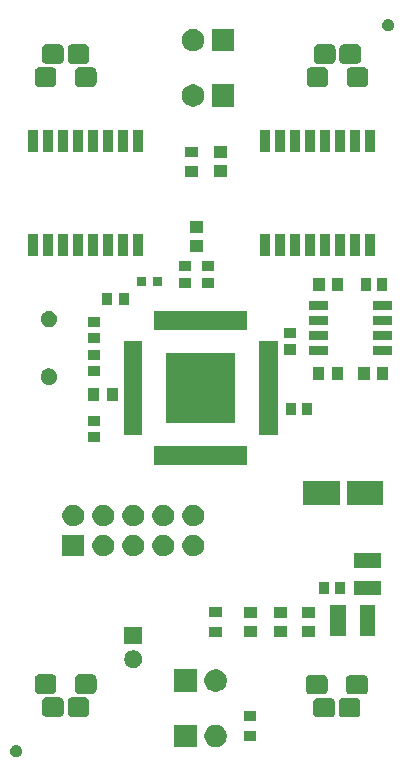
<source format=gts>
G04 #@! TF.GenerationSoftware,KiCad,Pcbnew,(5.1.5)-3*
G04 #@! TF.CreationDate,2020-07-08T18:31:05-03:00*
G04 #@! TF.ProjectId,EEN60002020,45454e36-3030-4303-9230-32302e6b6963,rev?*
G04 #@! TF.SameCoordinates,Original*
G04 #@! TF.FileFunction,Soldermask,Top*
G04 #@! TF.FilePolarity,Negative*
%FSLAX46Y46*%
G04 Gerber Fmt 4.6, Leading zero omitted, Abs format (unit mm)*
G04 Created by KiCad (PCBNEW (5.1.5)-3) date 2020-07-08 18:31:05*
%MOMM*%
%LPD*%
G04 APERTURE LIST*
%ADD10C,0.100000*%
G04 APERTURE END LIST*
D10*
G36*
X136289843Y-125503214D02*
G01*
X136289846Y-125503215D01*
X136289845Y-125503215D01*
X136380839Y-125540906D01*
X136404573Y-125556765D01*
X136462730Y-125595624D01*
X136532376Y-125665270D01*
X136587095Y-125747163D01*
X136624786Y-125838157D01*
X136644000Y-125934753D01*
X136644000Y-126033247D01*
X136624786Y-126129843D01*
X136624785Y-126129845D01*
X136587094Y-126220839D01*
X136532375Y-126302731D01*
X136462731Y-126372375D01*
X136380839Y-126427094D01*
X136380838Y-126427095D01*
X136380837Y-126427095D01*
X136289843Y-126464786D01*
X136193247Y-126484000D01*
X136094753Y-126484000D01*
X135998157Y-126464786D01*
X135907163Y-126427095D01*
X135907162Y-126427095D01*
X135907161Y-126427094D01*
X135825269Y-126372375D01*
X135755625Y-126302731D01*
X135700906Y-126220839D01*
X135663215Y-126129845D01*
X135663214Y-126129843D01*
X135644000Y-126033247D01*
X135644000Y-125934753D01*
X135663214Y-125838157D01*
X135700905Y-125747163D01*
X135755624Y-125665270D01*
X135825270Y-125595624D01*
X135883427Y-125556765D01*
X135907161Y-125540906D01*
X135998155Y-125503215D01*
X135998154Y-125503215D01*
X135998157Y-125503214D01*
X136094753Y-125484000D01*
X136193247Y-125484000D01*
X136289843Y-125503214D01*
G37*
G36*
X153312395Y-123799546D02*
G01*
X153485466Y-123871234D01*
X153485467Y-123871235D01*
X153641227Y-123975310D01*
X153773690Y-124107773D01*
X153773691Y-124107775D01*
X153877766Y-124263534D01*
X153949454Y-124436605D01*
X153986000Y-124620333D01*
X153986000Y-124807667D01*
X153949454Y-124991395D01*
X153877766Y-125164466D01*
X153877765Y-125164467D01*
X153773690Y-125320227D01*
X153641227Y-125452690D01*
X153594368Y-125484000D01*
X153485466Y-125556766D01*
X153312395Y-125628454D01*
X153128667Y-125665000D01*
X152941333Y-125665000D01*
X152757605Y-125628454D01*
X152584534Y-125556766D01*
X152475632Y-125484000D01*
X152428773Y-125452690D01*
X152296310Y-125320227D01*
X152192235Y-125164467D01*
X152192234Y-125164466D01*
X152120546Y-124991395D01*
X152084000Y-124807667D01*
X152084000Y-124620333D01*
X152120546Y-124436605D01*
X152192234Y-124263534D01*
X152296309Y-124107775D01*
X152296310Y-124107773D01*
X152428773Y-123975310D01*
X152584533Y-123871235D01*
X152584534Y-123871234D01*
X152757605Y-123799546D01*
X152941333Y-123763000D01*
X153128667Y-123763000D01*
X153312395Y-123799546D01*
G37*
G36*
X151446000Y-125665000D02*
G01*
X149544000Y-125665000D01*
X149544000Y-123763000D01*
X151446000Y-123763000D01*
X151446000Y-125665000D01*
G37*
G36*
X156476900Y-125120600D02*
G01*
X155435100Y-125120600D01*
X155435100Y-124256600D01*
X156476900Y-124256600D01*
X156476900Y-125120600D01*
G37*
G36*
X156476900Y-123444200D02*
G01*
X155435100Y-123444200D01*
X155435100Y-122580200D01*
X156476900Y-122580200D01*
X156476900Y-123444200D01*
G37*
G36*
X162859384Y-121501232D02*
G01*
X162924087Y-121520860D01*
X162983714Y-121552731D01*
X163035978Y-121595622D01*
X163078869Y-121647886D01*
X163110740Y-121707513D01*
X163130368Y-121772216D01*
X163137600Y-121845641D01*
X163137600Y-122774359D01*
X163130368Y-122847784D01*
X163110740Y-122912487D01*
X163078869Y-122972114D01*
X163035978Y-123024378D01*
X162983714Y-123067269D01*
X162924087Y-123099140D01*
X162859384Y-123118768D01*
X162785959Y-123126000D01*
X161657241Y-123126000D01*
X161583816Y-123118768D01*
X161519113Y-123099140D01*
X161459486Y-123067269D01*
X161407222Y-123024378D01*
X161364331Y-122972114D01*
X161332460Y-122912487D01*
X161312832Y-122847784D01*
X161305600Y-122774359D01*
X161305600Y-121845641D01*
X161312832Y-121772216D01*
X161332460Y-121707513D01*
X161364331Y-121647886D01*
X161407222Y-121595622D01*
X161459486Y-121552731D01*
X161519113Y-121520860D01*
X161583816Y-121501232D01*
X161657241Y-121494000D01*
X162785959Y-121494000D01*
X162859384Y-121501232D01*
G37*
G36*
X165009384Y-121501232D02*
G01*
X165074087Y-121520860D01*
X165133714Y-121552731D01*
X165185978Y-121595622D01*
X165228869Y-121647886D01*
X165260740Y-121707513D01*
X165280368Y-121772216D01*
X165287600Y-121845641D01*
X165287600Y-122774359D01*
X165280368Y-122847784D01*
X165260740Y-122912487D01*
X165228869Y-122972114D01*
X165185978Y-123024378D01*
X165133714Y-123067269D01*
X165074087Y-123099140D01*
X165009384Y-123118768D01*
X164935959Y-123126000D01*
X163807241Y-123126000D01*
X163733816Y-123118768D01*
X163669113Y-123099140D01*
X163609486Y-123067269D01*
X163557222Y-123024378D01*
X163514331Y-122972114D01*
X163482460Y-122912487D01*
X163462832Y-122847784D01*
X163455600Y-122774359D01*
X163455600Y-121845641D01*
X163462832Y-121772216D01*
X163482460Y-121707513D01*
X163514331Y-121647886D01*
X163557222Y-121595622D01*
X163609486Y-121552731D01*
X163669113Y-121520860D01*
X163733816Y-121501232D01*
X163807241Y-121494000D01*
X164935959Y-121494000D01*
X165009384Y-121501232D01*
G37*
G36*
X142047784Y-121451232D02*
G01*
X142112487Y-121470860D01*
X142172114Y-121502731D01*
X142224378Y-121545622D01*
X142267269Y-121597886D01*
X142299140Y-121657513D01*
X142318768Y-121722216D01*
X142326000Y-121795641D01*
X142326000Y-122724359D01*
X142318768Y-122797784D01*
X142299140Y-122862487D01*
X142267269Y-122922114D01*
X142224378Y-122974378D01*
X142172114Y-123017269D01*
X142112487Y-123049140D01*
X142047784Y-123068768D01*
X141974359Y-123076000D01*
X140845641Y-123076000D01*
X140772216Y-123068768D01*
X140707513Y-123049140D01*
X140647886Y-123017269D01*
X140595622Y-122974378D01*
X140552731Y-122922114D01*
X140520860Y-122862487D01*
X140501232Y-122797784D01*
X140494000Y-122724359D01*
X140494000Y-121795641D01*
X140501232Y-121722216D01*
X140520860Y-121657513D01*
X140552731Y-121597886D01*
X140595622Y-121545622D01*
X140647886Y-121502731D01*
X140707513Y-121470860D01*
X140772216Y-121451232D01*
X140845641Y-121444000D01*
X141974359Y-121444000D01*
X142047784Y-121451232D01*
G37*
G36*
X139897784Y-121451232D02*
G01*
X139962487Y-121470860D01*
X140022114Y-121502731D01*
X140074378Y-121545622D01*
X140117269Y-121597886D01*
X140149140Y-121657513D01*
X140168768Y-121722216D01*
X140176000Y-121795641D01*
X140176000Y-122724359D01*
X140168768Y-122797784D01*
X140149140Y-122862487D01*
X140117269Y-122922114D01*
X140074378Y-122974378D01*
X140022114Y-123017269D01*
X139962487Y-123049140D01*
X139897784Y-123068768D01*
X139824359Y-123076000D01*
X138695641Y-123076000D01*
X138622216Y-123068768D01*
X138557513Y-123049140D01*
X138497886Y-123017269D01*
X138445622Y-122974378D01*
X138402731Y-122922114D01*
X138370860Y-122862487D01*
X138351232Y-122797784D01*
X138344000Y-122724359D01*
X138344000Y-121795641D01*
X138351232Y-121722216D01*
X138370860Y-121657513D01*
X138402731Y-121597886D01*
X138445622Y-121545622D01*
X138497886Y-121502731D01*
X138557513Y-121470860D01*
X138622216Y-121451232D01*
X138695641Y-121444000D01*
X139824359Y-121444000D01*
X139897784Y-121451232D01*
G37*
G36*
X162234384Y-119551232D02*
G01*
X162299087Y-119570860D01*
X162358714Y-119602731D01*
X162410978Y-119645622D01*
X162453869Y-119697886D01*
X162485740Y-119757513D01*
X162505368Y-119822216D01*
X162512600Y-119895641D01*
X162512600Y-120824359D01*
X162505368Y-120897784D01*
X162485740Y-120962487D01*
X162453869Y-121022114D01*
X162410978Y-121074378D01*
X162358714Y-121117269D01*
X162299087Y-121149140D01*
X162234384Y-121168768D01*
X162160959Y-121176000D01*
X161032241Y-121176000D01*
X160958816Y-121168768D01*
X160894113Y-121149140D01*
X160834486Y-121117269D01*
X160782222Y-121074378D01*
X160739331Y-121022114D01*
X160707460Y-120962487D01*
X160687832Y-120897784D01*
X160680600Y-120824359D01*
X160680600Y-119895641D01*
X160687832Y-119822216D01*
X160707460Y-119757513D01*
X160739331Y-119697886D01*
X160782222Y-119645622D01*
X160834486Y-119602731D01*
X160894113Y-119570860D01*
X160958816Y-119551232D01*
X161032241Y-119544000D01*
X162160959Y-119544000D01*
X162234384Y-119551232D01*
G37*
G36*
X165634384Y-119551232D02*
G01*
X165699087Y-119570860D01*
X165758714Y-119602731D01*
X165810978Y-119645622D01*
X165853869Y-119697886D01*
X165885740Y-119757513D01*
X165905368Y-119822216D01*
X165912600Y-119895641D01*
X165912600Y-120824359D01*
X165905368Y-120897784D01*
X165885740Y-120962487D01*
X165853869Y-121022114D01*
X165810978Y-121074378D01*
X165758714Y-121117269D01*
X165699087Y-121149140D01*
X165634384Y-121168768D01*
X165560959Y-121176000D01*
X164432241Y-121176000D01*
X164358816Y-121168768D01*
X164294113Y-121149140D01*
X164234486Y-121117269D01*
X164182222Y-121074378D01*
X164139331Y-121022114D01*
X164107460Y-120962487D01*
X164087832Y-120897784D01*
X164080600Y-120824359D01*
X164080600Y-119895641D01*
X164087832Y-119822216D01*
X164107460Y-119757513D01*
X164139331Y-119697886D01*
X164182222Y-119645622D01*
X164234486Y-119602731D01*
X164294113Y-119570860D01*
X164358816Y-119551232D01*
X164432241Y-119544000D01*
X165560959Y-119544000D01*
X165634384Y-119551232D01*
G37*
G36*
X142672784Y-119501232D02*
G01*
X142737487Y-119520860D01*
X142797114Y-119552731D01*
X142849378Y-119595622D01*
X142892269Y-119647886D01*
X142924140Y-119707513D01*
X142943768Y-119772216D01*
X142951000Y-119845641D01*
X142951000Y-120774359D01*
X142943768Y-120847784D01*
X142924140Y-120912487D01*
X142892269Y-120972114D01*
X142849378Y-121024378D01*
X142797114Y-121067269D01*
X142737487Y-121099140D01*
X142672784Y-121118768D01*
X142599359Y-121126000D01*
X141470641Y-121126000D01*
X141397216Y-121118768D01*
X141332513Y-121099140D01*
X141272886Y-121067269D01*
X141220622Y-121024378D01*
X141177731Y-120972114D01*
X141145860Y-120912487D01*
X141126232Y-120847784D01*
X141119000Y-120774359D01*
X141119000Y-119845641D01*
X141126232Y-119772216D01*
X141145860Y-119707513D01*
X141177731Y-119647886D01*
X141220622Y-119595622D01*
X141272886Y-119552731D01*
X141332513Y-119520860D01*
X141397216Y-119501232D01*
X141470641Y-119494000D01*
X142599359Y-119494000D01*
X142672784Y-119501232D01*
G37*
G36*
X139272784Y-119501232D02*
G01*
X139337487Y-119520860D01*
X139397114Y-119552731D01*
X139449378Y-119595622D01*
X139492269Y-119647886D01*
X139524140Y-119707513D01*
X139543768Y-119772216D01*
X139551000Y-119845641D01*
X139551000Y-120774359D01*
X139543768Y-120847784D01*
X139524140Y-120912487D01*
X139492269Y-120972114D01*
X139449378Y-121024378D01*
X139397114Y-121067269D01*
X139337487Y-121099140D01*
X139272784Y-121118768D01*
X139199359Y-121126000D01*
X138070641Y-121126000D01*
X137997216Y-121118768D01*
X137932513Y-121099140D01*
X137872886Y-121067269D01*
X137820622Y-121024378D01*
X137777731Y-120972114D01*
X137745860Y-120912487D01*
X137726232Y-120847784D01*
X137719000Y-120774359D01*
X137719000Y-119845641D01*
X137726232Y-119772216D01*
X137745860Y-119707513D01*
X137777731Y-119647886D01*
X137820622Y-119595622D01*
X137872886Y-119552731D01*
X137932513Y-119520860D01*
X137997216Y-119501232D01*
X138070641Y-119494000D01*
X139199359Y-119494000D01*
X139272784Y-119501232D01*
G37*
G36*
X153312395Y-119100546D02*
G01*
X153485466Y-119172234D01*
X153485467Y-119172235D01*
X153641227Y-119276310D01*
X153773690Y-119408773D01*
X153773691Y-119408775D01*
X153877766Y-119564534D01*
X153949454Y-119737605D01*
X153986000Y-119921333D01*
X153986000Y-120108667D01*
X153949454Y-120292395D01*
X153877766Y-120465466D01*
X153877765Y-120465467D01*
X153773690Y-120621227D01*
X153641227Y-120753690D01*
X153575515Y-120797597D01*
X153485466Y-120857766D01*
X153312395Y-120929454D01*
X153128667Y-120966000D01*
X152941333Y-120966000D01*
X152757605Y-120929454D01*
X152584534Y-120857766D01*
X152494485Y-120797597D01*
X152428773Y-120753690D01*
X152296310Y-120621227D01*
X152192235Y-120465467D01*
X152192234Y-120465466D01*
X152120546Y-120292395D01*
X152084000Y-120108667D01*
X152084000Y-119921333D01*
X152120546Y-119737605D01*
X152192234Y-119564534D01*
X152296309Y-119408775D01*
X152296310Y-119408773D01*
X152428773Y-119276310D01*
X152584533Y-119172235D01*
X152584534Y-119172234D01*
X152757605Y-119100546D01*
X152941333Y-119064000D01*
X153128667Y-119064000D01*
X153312395Y-119100546D01*
G37*
G36*
X151446000Y-120966000D02*
G01*
X149544000Y-120966000D01*
X149544000Y-119064000D01*
X151446000Y-119064000D01*
X151446000Y-120966000D01*
G37*
G36*
X146269059Y-117482860D02*
G01*
X146405732Y-117539472D01*
X146528735Y-117621660D01*
X146633340Y-117726265D01*
X146715528Y-117849268D01*
X146772140Y-117985941D01*
X146801000Y-118131033D01*
X146801000Y-118278967D01*
X146772140Y-118424059D01*
X146715528Y-118560732D01*
X146633340Y-118683735D01*
X146528735Y-118788340D01*
X146405732Y-118870528D01*
X146405731Y-118870529D01*
X146405730Y-118870529D01*
X146269059Y-118927140D01*
X146123968Y-118956000D01*
X145976032Y-118956000D01*
X145830941Y-118927140D01*
X145694270Y-118870529D01*
X145694269Y-118870529D01*
X145694268Y-118870528D01*
X145571265Y-118788340D01*
X145466660Y-118683735D01*
X145384472Y-118560732D01*
X145327860Y-118424059D01*
X145299000Y-118278967D01*
X145299000Y-118131033D01*
X145327860Y-117985941D01*
X145384472Y-117849268D01*
X145466660Y-117726265D01*
X145571265Y-117621660D01*
X145694268Y-117539472D01*
X145830941Y-117482860D01*
X145976032Y-117454000D01*
X146123968Y-117454000D01*
X146269059Y-117482860D01*
G37*
G36*
X146801000Y-116956000D02*
G01*
X145299000Y-116956000D01*
X145299000Y-115454000D01*
X146801000Y-115454000D01*
X146801000Y-116956000D01*
G37*
G36*
X156507000Y-116363000D02*
G01*
X155405000Y-116363000D01*
X155405000Y-115361000D01*
X156507000Y-115361000D01*
X156507000Y-116363000D01*
G37*
G36*
X161460000Y-116363000D02*
G01*
X160358000Y-116363000D01*
X160358000Y-115361000D01*
X161460000Y-115361000D01*
X161460000Y-116363000D01*
G37*
G36*
X159047000Y-116363000D02*
G01*
X157945000Y-116363000D01*
X157945000Y-115361000D01*
X159047000Y-115361000D01*
X159047000Y-116363000D01*
G37*
G36*
X153555900Y-116332200D02*
G01*
X152514100Y-116332200D01*
X152514100Y-115468200D01*
X153555900Y-115468200D01*
X153555900Y-116332200D01*
G37*
G36*
X164056500Y-116236000D02*
G01*
X162754500Y-116236000D01*
X162754500Y-113634000D01*
X164056500Y-113634000D01*
X164056500Y-116236000D01*
G37*
G36*
X166556500Y-116236000D02*
G01*
X165254500Y-116236000D01*
X165254500Y-113634000D01*
X166556500Y-113634000D01*
X166556500Y-116236000D01*
G37*
G36*
X161460000Y-114763000D02*
G01*
X160358000Y-114763000D01*
X160358000Y-113761000D01*
X161460000Y-113761000D01*
X161460000Y-114763000D01*
G37*
G36*
X156507000Y-114763000D02*
G01*
X155405000Y-114763000D01*
X155405000Y-113761000D01*
X156507000Y-113761000D01*
X156507000Y-114763000D01*
G37*
G36*
X159047000Y-114763000D02*
G01*
X157945000Y-114763000D01*
X157945000Y-113761000D01*
X159047000Y-113761000D01*
X159047000Y-114763000D01*
G37*
G36*
X153555900Y-114655800D02*
G01*
X152514100Y-114655800D01*
X152514100Y-113791800D01*
X153555900Y-113791800D01*
X153555900Y-114655800D01*
G37*
G36*
X167076500Y-112799400D02*
G01*
X164774500Y-112799400D01*
X164774500Y-111547400D01*
X167076500Y-111547400D01*
X167076500Y-112799400D01*
G37*
G36*
X162603500Y-112687400D02*
G01*
X161751500Y-112687400D01*
X161751500Y-111645400D01*
X162603500Y-111645400D01*
X162603500Y-112687400D01*
G37*
G36*
X164003500Y-112687400D02*
G01*
X163151500Y-112687400D01*
X163151500Y-111645400D01*
X164003500Y-111645400D01*
X164003500Y-112687400D01*
G37*
G36*
X167076500Y-110499400D02*
G01*
X164774500Y-110499400D01*
X164774500Y-109247400D01*
X167076500Y-109247400D01*
X167076500Y-110499400D01*
G37*
G36*
X151396778Y-107705547D02*
G01*
X151563224Y-107774491D01*
X151713022Y-107874583D01*
X151840417Y-108001978D01*
X151940509Y-108151776D01*
X152009453Y-108318222D01*
X152044600Y-108494918D01*
X152044600Y-108675082D01*
X152009453Y-108851778D01*
X151940509Y-109018224D01*
X151840417Y-109168022D01*
X151713022Y-109295417D01*
X151563224Y-109395509D01*
X151396778Y-109464453D01*
X151220082Y-109499600D01*
X151039918Y-109499600D01*
X150863222Y-109464453D01*
X150696776Y-109395509D01*
X150546978Y-109295417D01*
X150419583Y-109168022D01*
X150319491Y-109018224D01*
X150250547Y-108851778D01*
X150215400Y-108675082D01*
X150215400Y-108494918D01*
X150250547Y-108318222D01*
X150319491Y-108151776D01*
X150419583Y-108001978D01*
X150546978Y-107874583D01*
X150696776Y-107774491D01*
X150863222Y-107705547D01*
X151039918Y-107670400D01*
X151220082Y-107670400D01*
X151396778Y-107705547D01*
G37*
G36*
X143776778Y-107705547D02*
G01*
X143943224Y-107774491D01*
X144093022Y-107874583D01*
X144220417Y-108001978D01*
X144320509Y-108151776D01*
X144389453Y-108318222D01*
X144424600Y-108494918D01*
X144424600Y-108675082D01*
X144389453Y-108851778D01*
X144320509Y-109018224D01*
X144220417Y-109168022D01*
X144093022Y-109295417D01*
X143943224Y-109395509D01*
X143776778Y-109464453D01*
X143600082Y-109499600D01*
X143419918Y-109499600D01*
X143243222Y-109464453D01*
X143076776Y-109395509D01*
X142926978Y-109295417D01*
X142799583Y-109168022D01*
X142699491Y-109018224D01*
X142630547Y-108851778D01*
X142595400Y-108675082D01*
X142595400Y-108494918D01*
X142630547Y-108318222D01*
X142699491Y-108151776D01*
X142799583Y-108001978D01*
X142926978Y-107874583D01*
X143076776Y-107774491D01*
X143243222Y-107705547D01*
X143419918Y-107670400D01*
X143600082Y-107670400D01*
X143776778Y-107705547D01*
G37*
G36*
X146316778Y-107705547D02*
G01*
X146483224Y-107774491D01*
X146633022Y-107874583D01*
X146760417Y-108001978D01*
X146860509Y-108151776D01*
X146929453Y-108318222D01*
X146964600Y-108494918D01*
X146964600Y-108675082D01*
X146929453Y-108851778D01*
X146860509Y-109018224D01*
X146760417Y-109168022D01*
X146633022Y-109295417D01*
X146483224Y-109395509D01*
X146316778Y-109464453D01*
X146140082Y-109499600D01*
X145959918Y-109499600D01*
X145783222Y-109464453D01*
X145616776Y-109395509D01*
X145466978Y-109295417D01*
X145339583Y-109168022D01*
X145239491Y-109018224D01*
X145170547Y-108851778D01*
X145135400Y-108675082D01*
X145135400Y-108494918D01*
X145170547Y-108318222D01*
X145239491Y-108151776D01*
X145339583Y-108001978D01*
X145466978Y-107874583D01*
X145616776Y-107774491D01*
X145783222Y-107705547D01*
X145959918Y-107670400D01*
X146140082Y-107670400D01*
X146316778Y-107705547D01*
G37*
G36*
X148856778Y-107705547D02*
G01*
X149023224Y-107774491D01*
X149173022Y-107874583D01*
X149300417Y-108001978D01*
X149400509Y-108151776D01*
X149469453Y-108318222D01*
X149504600Y-108494918D01*
X149504600Y-108675082D01*
X149469453Y-108851778D01*
X149400509Y-109018224D01*
X149300417Y-109168022D01*
X149173022Y-109295417D01*
X149023224Y-109395509D01*
X148856778Y-109464453D01*
X148680082Y-109499600D01*
X148499918Y-109499600D01*
X148323222Y-109464453D01*
X148156776Y-109395509D01*
X148006978Y-109295417D01*
X147879583Y-109168022D01*
X147779491Y-109018224D01*
X147710547Y-108851778D01*
X147675400Y-108675082D01*
X147675400Y-108494918D01*
X147710547Y-108318222D01*
X147779491Y-108151776D01*
X147879583Y-108001978D01*
X148006978Y-107874583D01*
X148156776Y-107774491D01*
X148323222Y-107705547D01*
X148499918Y-107670400D01*
X148680082Y-107670400D01*
X148856778Y-107705547D01*
G37*
G36*
X141884600Y-109499600D02*
G01*
X140055400Y-109499600D01*
X140055400Y-107670400D01*
X141884600Y-107670400D01*
X141884600Y-109499600D01*
G37*
G36*
X148856778Y-105165547D02*
G01*
X149023224Y-105234491D01*
X149173022Y-105334583D01*
X149300417Y-105461978D01*
X149400509Y-105611776D01*
X149469453Y-105778222D01*
X149504600Y-105954918D01*
X149504600Y-106135082D01*
X149469453Y-106311778D01*
X149400509Y-106478224D01*
X149300417Y-106628022D01*
X149173022Y-106755417D01*
X149023224Y-106855509D01*
X148856778Y-106924453D01*
X148680082Y-106959600D01*
X148499918Y-106959600D01*
X148323222Y-106924453D01*
X148156776Y-106855509D01*
X148006978Y-106755417D01*
X147879583Y-106628022D01*
X147779491Y-106478224D01*
X147710547Y-106311778D01*
X147675400Y-106135082D01*
X147675400Y-105954918D01*
X147710547Y-105778222D01*
X147779491Y-105611776D01*
X147879583Y-105461978D01*
X148006978Y-105334583D01*
X148156776Y-105234491D01*
X148323222Y-105165547D01*
X148499918Y-105130400D01*
X148680082Y-105130400D01*
X148856778Y-105165547D01*
G37*
G36*
X146316778Y-105165547D02*
G01*
X146483224Y-105234491D01*
X146633022Y-105334583D01*
X146760417Y-105461978D01*
X146860509Y-105611776D01*
X146929453Y-105778222D01*
X146964600Y-105954918D01*
X146964600Y-106135082D01*
X146929453Y-106311778D01*
X146860509Y-106478224D01*
X146760417Y-106628022D01*
X146633022Y-106755417D01*
X146483224Y-106855509D01*
X146316778Y-106924453D01*
X146140082Y-106959600D01*
X145959918Y-106959600D01*
X145783222Y-106924453D01*
X145616776Y-106855509D01*
X145466978Y-106755417D01*
X145339583Y-106628022D01*
X145239491Y-106478224D01*
X145170547Y-106311778D01*
X145135400Y-106135082D01*
X145135400Y-105954918D01*
X145170547Y-105778222D01*
X145239491Y-105611776D01*
X145339583Y-105461978D01*
X145466978Y-105334583D01*
X145616776Y-105234491D01*
X145783222Y-105165547D01*
X145959918Y-105130400D01*
X146140082Y-105130400D01*
X146316778Y-105165547D01*
G37*
G36*
X143776778Y-105165547D02*
G01*
X143943224Y-105234491D01*
X144093022Y-105334583D01*
X144220417Y-105461978D01*
X144320509Y-105611776D01*
X144389453Y-105778222D01*
X144424600Y-105954918D01*
X144424600Y-106135082D01*
X144389453Y-106311778D01*
X144320509Y-106478224D01*
X144220417Y-106628022D01*
X144093022Y-106755417D01*
X143943224Y-106855509D01*
X143776778Y-106924453D01*
X143600082Y-106959600D01*
X143419918Y-106959600D01*
X143243222Y-106924453D01*
X143076776Y-106855509D01*
X142926978Y-106755417D01*
X142799583Y-106628022D01*
X142699491Y-106478224D01*
X142630547Y-106311778D01*
X142595400Y-106135082D01*
X142595400Y-105954918D01*
X142630547Y-105778222D01*
X142699491Y-105611776D01*
X142799583Y-105461978D01*
X142926978Y-105334583D01*
X143076776Y-105234491D01*
X143243222Y-105165547D01*
X143419918Y-105130400D01*
X143600082Y-105130400D01*
X143776778Y-105165547D01*
G37*
G36*
X151396778Y-105165547D02*
G01*
X151563224Y-105234491D01*
X151713022Y-105334583D01*
X151840417Y-105461978D01*
X151940509Y-105611776D01*
X152009453Y-105778222D01*
X152044600Y-105954918D01*
X152044600Y-106135082D01*
X152009453Y-106311778D01*
X151940509Y-106478224D01*
X151840417Y-106628022D01*
X151713022Y-106755417D01*
X151563224Y-106855509D01*
X151396778Y-106924453D01*
X151220082Y-106959600D01*
X151039918Y-106959600D01*
X150863222Y-106924453D01*
X150696776Y-106855509D01*
X150546978Y-106755417D01*
X150419583Y-106628022D01*
X150319491Y-106478224D01*
X150250547Y-106311778D01*
X150215400Y-106135082D01*
X150215400Y-105954918D01*
X150250547Y-105778222D01*
X150319491Y-105611776D01*
X150419583Y-105461978D01*
X150546978Y-105334583D01*
X150696776Y-105234491D01*
X150863222Y-105165547D01*
X151039918Y-105130400D01*
X151220082Y-105130400D01*
X151396778Y-105165547D01*
G37*
G36*
X141236778Y-105165547D02*
G01*
X141403224Y-105234491D01*
X141553022Y-105334583D01*
X141680417Y-105461978D01*
X141780509Y-105611776D01*
X141849453Y-105778222D01*
X141884600Y-105954918D01*
X141884600Y-106135082D01*
X141849453Y-106311778D01*
X141780509Y-106478224D01*
X141680417Y-106628022D01*
X141553022Y-106755417D01*
X141403224Y-106855509D01*
X141236778Y-106924453D01*
X141060082Y-106959600D01*
X140879918Y-106959600D01*
X140703222Y-106924453D01*
X140536776Y-106855509D01*
X140386978Y-106755417D01*
X140259583Y-106628022D01*
X140159491Y-106478224D01*
X140090547Y-106311778D01*
X140055400Y-106135082D01*
X140055400Y-105954918D01*
X140090547Y-105778222D01*
X140159491Y-105611776D01*
X140259583Y-105461978D01*
X140386978Y-105334583D01*
X140536776Y-105234491D01*
X140703222Y-105165547D01*
X140879918Y-105130400D01*
X141060082Y-105130400D01*
X141236778Y-105165547D01*
G37*
G36*
X167231000Y-105116000D02*
G01*
X164129000Y-105116000D01*
X164129000Y-103164000D01*
X167231000Y-103164000D01*
X167231000Y-105116000D01*
G37*
G36*
X163531000Y-105116000D02*
G01*
X160429000Y-105116000D01*
X160429000Y-103164000D01*
X163531000Y-103164000D01*
X163531000Y-105116000D01*
G37*
G36*
X155716000Y-101776500D02*
G01*
X147814000Y-101776500D01*
X147814000Y-100199500D01*
X155716000Y-100199500D01*
X155716000Y-101776500D01*
G37*
G36*
X143243600Y-99830400D02*
G01*
X142201600Y-99830400D01*
X142201600Y-98978400D01*
X143243600Y-98978400D01*
X143243600Y-99830400D01*
G37*
G36*
X146815500Y-99201000D02*
G01*
X145238500Y-99201000D01*
X145238500Y-91299000D01*
X146815500Y-91299000D01*
X146815500Y-99201000D01*
G37*
G36*
X158291500Y-99201000D02*
G01*
X156714500Y-99201000D01*
X156714500Y-91299000D01*
X158291500Y-91299000D01*
X158291500Y-99201000D01*
G37*
G36*
X143243600Y-98430400D02*
G01*
X142201600Y-98430400D01*
X142201600Y-97578400D01*
X143243600Y-97578400D01*
X143243600Y-98430400D01*
G37*
G36*
X154691000Y-98176000D02*
G01*
X148839000Y-98176000D01*
X148839000Y-92324000D01*
X154691000Y-92324000D01*
X154691000Y-98176000D01*
G37*
G36*
X161209500Y-97549000D02*
G01*
X160357500Y-97549000D01*
X160357500Y-96507000D01*
X161209500Y-96507000D01*
X161209500Y-97549000D01*
G37*
G36*
X159809500Y-97549000D02*
G01*
X158957500Y-97549000D01*
X158957500Y-96507000D01*
X159809500Y-96507000D01*
X159809500Y-97549000D01*
G37*
G36*
X144798300Y-96334400D02*
G01*
X143796300Y-96334400D01*
X143796300Y-95232400D01*
X144798300Y-95232400D01*
X144798300Y-96334400D01*
G37*
G36*
X143198300Y-96334400D02*
G01*
X142196300Y-96334400D01*
X142196300Y-95232400D01*
X143198300Y-95232400D01*
X143198300Y-96334400D01*
G37*
G36*
X139116199Y-93616824D02*
G01*
X139168815Y-93638618D01*
X139243226Y-93669440D01*
X139243227Y-93669441D01*
X139357549Y-93745828D01*
X139454772Y-93843051D01*
X139505812Y-93919439D01*
X139531160Y-93957374D01*
X139583776Y-94084402D01*
X139610600Y-94219253D01*
X139610600Y-94356747D01*
X139583776Y-94491598D01*
X139531160Y-94618626D01*
X139531159Y-94618627D01*
X139454772Y-94732949D01*
X139357549Y-94830172D01*
X139281161Y-94881212D01*
X139243226Y-94906560D01*
X139168815Y-94937382D01*
X139116199Y-94959176D01*
X138981347Y-94986000D01*
X138843853Y-94986000D01*
X138709001Y-94959176D01*
X138656385Y-94937382D01*
X138581974Y-94906560D01*
X138544039Y-94881212D01*
X138467651Y-94830172D01*
X138370428Y-94732949D01*
X138294041Y-94618627D01*
X138294040Y-94618626D01*
X138241424Y-94491598D01*
X138214600Y-94356747D01*
X138214600Y-94219253D01*
X138241424Y-94084402D01*
X138294040Y-93957374D01*
X138319388Y-93919439D01*
X138370428Y-93843051D01*
X138467651Y-93745828D01*
X138581973Y-93669441D01*
X138581974Y-93669440D01*
X138656385Y-93638618D01*
X138709001Y-93616824D01*
X138843853Y-93590000D01*
X138981347Y-93590000D01*
X139116199Y-93616824D01*
G37*
G36*
X166071000Y-94531000D02*
G01*
X165069000Y-94531000D01*
X165069000Y-93429000D01*
X166071000Y-93429000D01*
X166071000Y-94531000D01*
G37*
G36*
X167671000Y-94531000D02*
G01*
X166669000Y-94531000D01*
X166669000Y-93429000D01*
X167671000Y-93429000D01*
X167671000Y-94531000D01*
G37*
G36*
X162248300Y-94531000D02*
G01*
X161246300Y-94531000D01*
X161246300Y-93429000D01*
X162248300Y-93429000D01*
X162248300Y-94531000D01*
G37*
G36*
X163848300Y-94531000D02*
G01*
X162846300Y-94531000D01*
X162846300Y-93429000D01*
X163848300Y-93429000D01*
X163848300Y-94531000D01*
G37*
G36*
X143243600Y-94267800D02*
G01*
X142201600Y-94267800D01*
X142201600Y-93415800D01*
X143243600Y-93415800D01*
X143243600Y-94267800D01*
G37*
G36*
X143243600Y-92867800D02*
G01*
X142201600Y-92867800D01*
X142201600Y-92015800D01*
X143243600Y-92015800D01*
X143243600Y-92867800D01*
G37*
G36*
X162566000Y-92451000D02*
G01*
X160964000Y-92451000D01*
X160964000Y-91699000D01*
X162566000Y-91699000D01*
X162566000Y-92451000D01*
G37*
G36*
X167966000Y-92451000D02*
G01*
X166364000Y-92451000D01*
X166364000Y-91699000D01*
X167966000Y-91699000D01*
X167966000Y-92451000D01*
G37*
G36*
X159855200Y-92413600D02*
G01*
X158813200Y-92413600D01*
X158813200Y-91561600D01*
X159855200Y-91561600D01*
X159855200Y-92413600D01*
G37*
G36*
X143243600Y-91473800D02*
G01*
X142201600Y-91473800D01*
X142201600Y-90621800D01*
X143243600Y-90621800D01*
X143243600Y-91473800D01*
G37*
G36*
X167966000Y-91181000D02*
G01*
X166364000Y-91181000D01*
X166364000Y-90429000D01*
X167966000Y-90429000D01*
X167966000Y-91181000D01*
G37*
G36*
X162566000Y-91181000D02*
G01*
X160964000Y-91181000D01*
X160964000Y-90429000D01*
X162566000Y-90429000D01*
X162566000Y-91181000D01*
G37*
G36*
X159855200Y-91013600D02*
G01*
X158813200Y-91013600D01*
X158813200Y-90161600D01*
X159855200Y-90161600D01*
X159855200Y-91013600D01*
G37*
G36*
X155716000Y-90300500D02*
G01*
X147814000Y-90300500D01*
X147814000Y-88723500D01*
X155716000Y-88723500D01*
X155716000Y-90300500D01*
G37*
G36*
X139116199Y-88736824D02*
G01*
X139168815Y-88758618D01*
X139243226Y-88789440D01*
X139243227Y-88789441D01*
X139357549Y-88865828D01*
X139454772Y-88963051D01*
X139505812Y-89039439D01*
X139531160Y-89077374D01*
X139583776Y-89204402D01*
X139610600Y-89339253D01*
X139610600Y-89476747D01*
X139583776Y-89611598D01*
X139531160Y-89738626D01*
X139531159Y-89738627D01*
X139454772Y-89852949D01*
X139357549Y-89950172D01*
X139281161Y-90001212D01*
X139243226Y-90026560D01*
X139168815Y-90057382D01*
X139116199Y-90079176D01*
X138981347Y-90106000D01*
X138843853Y-90106000D01*
X138709001Y-90079176D01*
X138656385Y-90057382D01*
X138581974Y-90026560D01*
X138544039Y-90001212D01*
X138467651Y-89950172D01*
X138370428Y-89852949D01*
X138294041Y-89738627D01*
X138294040Y-89738626D01*
X138241424Y-89611598D01*
X138214600Y-89476747D01*
X138214600Y-89339253D01*
X138241424Y-89204402D01*
X138294040Y-89077374D01*
X138319388Y-89039439D01*
X138370428Y-88963051D01*
X138467651Y-88865828D01*
X138581973Y-88789441D01*
X138581974Y-88789440D01*
X138656385Y-88758618D01*
X138709001Y-88736824D01*
X138843853Y-88710000D01*
X138981347Y-88710000D01*
X139116199Y-88736824D01*
G37*
G36*
X143243600Y-90073800D02*
G01*
X142201600Y-90073800D01*
X142201600Y-89221800D01*
X143243600Y-89221800D01*
X143243600Y-90073800D01*
G37*
G36*
X167966000Y-89911000D02*
G01*
X166364000Y-89911000D01*
X166364000Y-89159000D01*
X167966000Y-89159000D01*
X167966000Y-89911000D01*
G37*
G36*
X162566000Y-89911000D02*
G01*
X160964000Y-89911000D01*
X160964000Y-89159000D01*
X162566000Y-89159000D01*
X162566000Y-89911000D01*
G37*
G36*
X162566000Y-88641000D02*
G01*
X160964000Y-88641000D01*
X160964000Y-87889000D01*
X162566000Y-87889000D01*
X162566000Y-88641000D01*
G37*
G36*
X167966000Y-88641000D02*
G01*
X166364000Y-88641000D01*
X166364000Y-87889000D01*
X167966000Y-87889000D01*
X167966000Y-88641000D01*
G37*
G36*
X144277400Y-88252600D02*
G01*
X143425400Y-88252600D01*
X143425400Y-87210600D01*
X144277400Y-87210600D01*
X144277400Y-88252600D01*
G37*
G36*
X145677400Y-88252600D02*
G01*
X144825400Y-88252600D01*
X144825400Y-87210600D01*
X145677400Y-87210600D01*
X145677400Y-88252600D01*
G37*
G36*
X163861000Y-87038000D02*
G01*
X162859000Y-87038000D01*
X162859000Y-85936000D01*
X163861000Y-85936000D01*
X163861000Y-87038000D01*
G37*
G36*
X162261000Y-87038000D02*
G01*
X161259000Y-87038000D01*
X161259000Y-85936000D01*
X162261000Y-85936000D01*
X162261000Y-87038000D01*
G37*
G36*
X167583400Y-87008000D02*
G01*
X166731400Y-87008000D01*
X166731400Y-85966000D01*
X167583400Y-85966000D01*
X167583400Y-87008000D01*
G37*
G36*
X166183400Y-87008000D02*
G01*
X165331400Y-87008000D01*
X165331400Y-85966000D01*
X166183400Y-85966000D01*
X166183400Y-87008000D01*
G37*
G36*
X152921000Y-86745000D02*
G01*
X151879000Y-86745000D01*
X151879000Y-85893000D01*
X152921000Y-85893000D01*
X152921000Y-86745000D01*
G37*
G36*
X150952500Y-86745000D02*
G01*
X149910500Y-86745000D01*
X149910500Y-85893000D01*
X150952500Y-85893000D01*
X150952500Y-86745000D01*
G37*
G36*
X147122600Y-86634000D02*
G01*
X146370600Y-86634000D01*
X146370600Y-85832000D01*
X147122600Y-85832000D01*
X147122600Y-86634000D01*
G37*
G36*
X148472600Y-86634000D02*
G01*
X147720600Y-86634000D01*
X147720600Y-85832000D01*
X148472600Y-85832000D01*
X148472600Y-86634000D01*
G37*
G36*
X152921000Y-85345000D02*
G01*
X151879000Y-85345000D01*
X151879000Y-84493000D01*
X152921000Y-84493000D01*
X152921000Y-85345000D01*
G37*
G36*
X150952500Y-85345000D02*
G01*
X149910500Y-85345000D01*
X149910500Y-84493000D01*
X150952500Y-84493000D01*
X150952500Y-85345000D01*
G37*
G36*
X143052000Y-84041000D02*
G01*
X142190000Y-84041000D01*
X142190000Y-82239000D01*
X143052000Y-82239000D01*
X143052000Y-84041000D01*
G37*
G36*
X137972000Y-84041000D02*
G01*
X137110000Y-84041000D01*
X137110000Y-82239000D01*
X137972000Y-82239000D01*
X137972000Y-84041000D01*
G37*
G36*
X144322000Y-84041000D02*
G01*
X143460000Y-84041000D01*
X143460000Y-82239000D01*
X144322000Y-82239000D01*
X144322000Y-84041000D01*
G37*
G36*
X146862000Y-84041000D02*
G01*
X146000000Y-84041000D01*
X146000000Y-82239000D01*
X146862000Y-82239000D01*
X146862000Y-84041000D01*
G37*
G36*
X157657000Y-84041000D02*
G01*
X156795000Y-84041000D01*
X156795000Y-82239000D01*
X157657000Y-82239000D01*
X157657000Y-84041000D01*
G37*
G36*
X140512000Y-84041000D02*
G01*
X139650000Y-84041000D01*
X139650000Y-82239000D01*
X140512000Y-82239000D01*
X140512000Y-84041000D01*
G37*
G36*
X158927000Y-84041000D02*
G01*
X158065000Y-84041000D01*
X158065000Y-82239000D01*
X158927000Y-82239000D01*
X158927000Y-84041000D01*
G37*
G36*
X160197000Y-84041000D02*
G01*
X159335000Y-84041000D01*
X159335000Y-82239000D01*
X160197000Y-82239000D01*
X160197000Y-84041000D01*
G37*
G36*
X141782000Y-84041000D02*
G01*
X140920000Y-84041000D01*
X140920000Y-82239000D01*
X141782000Y-82239000D01*
X141782000Y-84041000D01*
G37*
G36*
X162737000Y-84041000D02*
G01*
X161875000Y-84041000D01*
X161875000Y-82239000D01*
X162737000Y-82239000D01*
X162737000Y-84041000D01*
G37*
G36*
X164007000Y-84041000D02*
G01*
X163145000Y-84041000D01*
X163145000Y-82239000D01*
X164007000Y-82239000D01*
X164007000Y-84041000D01*
G37*
G36*
X165277000Y-84041000D02*
G01*
X164415000Y-84041000D01*
X164415000Y-82239000D01*
X165277000Y-82239000D01*
X165277000Y-84041000D01*
G37*
G36*
X166547000Y-84041000D02*
G01*
X165685000Y-84041000D01*
X165685000Y-82239000D01*
X166547000Y-82239000D01*
X166547000Y-84041000D01*
G37*
G36*
X139242000Y-84041000D02*
G01*
X138380000Y-84041000D01*
X138380000Y-82239000D01*
X139242000Y-82239000D01*
X139242000Y-84041000D01*
G37*
G36*
X145592000Y-84041000D02*
G01*
X144730000Y-84041000D01*
X144730000Y-82239000D01*
X145592000Y-82239000D01*
X145592000Y-84041000D01*
G37*
G36*
X161467000Y-84041000D02*
G01*
X160605000Y-84041000D01*
X160605000Y-82239000D01*
X161467000Y-82239000D01*
X161467000Y-84041000D01*
G37*
G36*
X151960400Y-83724000D02*
G01*
X150858400Y-83724000D01*
X150858400Y-82722000D01*
X151960400Y-82722000D01*
X151960400Y-83724000D01*
G37*
G36*
X151960400Y-82124000D02*
G01*
X150858400Y-82124000D01*
X150858400Y-81122000D01*
X151960400Y-81122000D01*
X151960400Y-82124000D01*
G37*
G36*
X153967000Y-77374000D02*
G01*
X152865000Y-77374000D01*
X152865000Y-76372000D01*
X153967000Y-76372000D01*
X153967000Y-77374000D01*
G37*
G36*
X151523900Y-77343200D02*
G01*
X150482100Y-77343200D01*
X150482100Y-76479200D01*
X151523900Y-76479200D01*
X151523900Y-77343200D01*
G37*
G36*
X153967000Y-75774000D02*
G01*
X152865000Y-75774000D01*
X152865000Y-74772000D01*
X153967000Y-74772000D01*
X153967000Y-75774000D01*
G37*
G36*
X151523900Y-75666800D02*
G01*
X150482100Y-75666800D01*
X150482100Y-74802800D01*
X151523900Y-74802800D01*
X151523900Y-75666800D01*
G37*
G36*
X146862000Y-75241000D02*
G01*
X146000000Y-75241000D01*
X146000000Y-73439000D01*
X146862000Y-73439000D01*
X146862000Y-75241000D01*
G37*
G36*
X162737000Y-75241000D02*
G01*
X161875000Y-75241000D01*
X161875000Y-73439000D01*
X162737000Y-73439000D01*
X162737000Y-75241000D01*
G37*
G36*
X140512000Y-75241000D02*
G01*
X139650000Y-75241000D01*
X139650000Y-73439000D01*
X140512000Y-73439000D01*
X140512000Y-75241000D01*
G37*
G36*
X144322000Y-75241000D02*
G01*
X143460000Y-75241000D01*
X143460000Y-73439000D01*
X144322000Y-73439000D01*
X144322000Y-75241000D01*
G37*
G36*
X160197000Y-75241000D02*
G01*
X159335000Y-75241000D01*
X159335000Y-73439000D01*
X160197000Y-73439000D01*
X160197000Y-75241000D01*
G37*
G36*
X139242000Y-75241000D02*
G01*
X138380000Y-75241000D01*
X138380000Y-73439000D01*
X139242000Y-73439000D01*
X139242000Y-75241000D01*
G37*
G36*
X145592000Y-75241000D02*
G01*
X144730000Y-75241000D01*
X144730000Y-73439000D01*
X145592000Y-73439000D01*
X145592000Y-75241000D01*
G37*
G36*
X141782000Y-75241000D02*
G01*
X140920000Y-75241000D01*
X140920000Y-73439000D01*
X141782000Y-73439000D01*
X141782000Y-75241000D01*
G37*
G36*
X143052000Y-75241000D02*
G01*
X142190000Y-75241000D01*
X142190000Y-73439000D01*
X143052000Y-73439000D01*
X143052000Y-75241000D01*
G37*
G36*
X164007000Y-75241000D02*
G01*
X163145000Y-75241000D01*
X163145000Y-73439000D01*
X164007000Y-73439000D01*
X164007000Y-75241000D01*
G37*
G36*
X166547000Y-75241000D02*
G01*
X165685000Y-75241000D01*
X165685000Y-73439000D01*
X166547000Y-73439000D01*
X166547000Y-75241000D01*
G37*
G36*
X158927000Y-75241000D02*
G01*
X158065000Y-75241000D01*
X158065000Y-73439000D01*
X158927000Y-73439000D01*
X158927000Y-75241000D01*
G37*
G36*
X165277000Y-75241000D02*
G01*
X164415000Y-75241000D01*
X164415000Y-73439000D01*
X165277000Y-73439000D01*
X165277000Y-75241000D01*
G37*
G36*
X161467000Y-75241000D02*
G01*
X160605000Y-75241000D01*
X160605000Y-73439000D01*
X161467000Y-73439000D01*
X161467000Y-75241000D01*
G37*
G36*
X157657000Y-75241000D02*
G01*
X156795000Y-75241000D01*
X156795000Y-73439000D01*
X157657000Y-73439000D01*
X157657000Y-75241000D01*
G37*
G36*
X137972000Y-75241000D02*
G01*
X137110000Y-75241000D01*
X137110000Y-73439000D01*
X137972000Y-73439000D01*
X137972000Y-75241000D01*
G37*
G36*
X151407395Y-69570546D02*
G01*
X151580466Y-69642234D01*
X151657818Y-69693919D01*
X151736227Y-69746310D01*
X151868690Y-69878773D01*
X151868691Y-69878775D01*
X151972766Y-70034534D01*
X152044454Y-70207605D01*
X152081000Y-70391333D01*
X152081000Y-70578667D01*
X152044454Y-70762395D01*
X151972766Y-70935466D01*
X151972765Y-70935467D01*
X151868690Y-71091227D01*
X151736227Y-71223690D01*
X151657818Y-71276081D01*
X151580466Y-71327766D01*
X151407395Y-71399454D01*
X151223667Y-71436000D01*
X151036333Y-71436000D01*
X150852605Y-71399454D01*
X150679534Y-71327766D01*
X150602182Y-71276081D01*
X150523773Y-71223690D01*
X150391310Y-71091227D01*
X150287235Y-70935467D01*
X150287234Y-70935466D01*
X150215546Y-70762395D01*
X150179000Y-70578667D01*
X150179000Y-70391333D01*
X150215546Y-70207605D01*
X150287234Y-70034534D01*
X150391309Y-69878775D01*
X150391310Y-69878773D01*
X150523773Y-69746310D01*
X150602182Y-69693919D01*
X150679534Y-69642234D01*
X150852605Y-69570546D01*
X151036333Y-69534000D01*
X151223667Y-69534000D01*
X151407395Y-69570546D01*
G37*
G36*
X154621000Y-71436000D02*
G01*
X152719000Y-71436000D01*
X152719000Y-69534000D01*
X154621000Y-69534000D01*
X154621000Y-71436000D01*
G37*
G36*
X139272784Y-68111232D02*
G01*
X139337487Y-68130860D01*
X139397114Y-68162731D01*
X139449378Y-68205622D01*
X139492269Y-68257886D01*
X139524140Y-68317513D01*
X139543768Y-68382216D01*
X139551000Y-68455641D01*
X139551000Y-69384359D01*
X139543768Y-69457784D01*
X139524140Y-69522487D01*
X139492269Y-69582114D01*
X139449378Y-69634378D01*
X139397114Y-69677269D01*
X139337487Y-69709140D01*
X139272784Y-69728768D01*
X139199359Y-69736000D01*
X138070641Y-69736000D01*
X137997216Y-69728768D01*
X137932513Y-69709140D01*
X137872886Y-69677269D01*
X137820622Y-69634378D01*
X137777731Y-69582114D01*
X137745860Y-69522487D01*
X137726232Y-69457784D01*
X137719000Y-69384359D01*
X137719000Y-68455641D01*
X137726232Y-68382216D01*
X137745860Y-68317513D01*
X137777731Y-68257886D01*
X137820622Y-68205622D01*
X137872886Y-68162731D01*
X137932513Y-68130860D01*
X137997216Y-68111232D01*
X138070641Y-68104000D01*
X139199359Y-68104000D01*
X139272784Y-68111232D01*
G37*
G36*
X142672784Y-68111232D02*
G01*
X142737487Y-68130860D01*
X142797114Y-68162731D01*
X142849378Y-68205622D01*
X142892269Y-68257886D01*
X142924140Y-68317513D01*
X142943768Y-68382216D01*
X142951000Y-68455641D01*
X142951000Y-69384359D01*
X142943768Y-69457784D01*
X142924140Y-69522487D01*
X142892269Y-69582114D01*
X142849378Y-69634378D01*
X142797114Y-69677269D01*
X142737487Y-69709140D01*
X142672784Y-69728768D01*
X142599359Y-69736000D01*
X141470641Y-69736000D01*
X141397216Y-69728768D01*
X141332513Y-69709140D01*
X141272886Y-69677269D01*
X141220622Y-69634378D01*
X141177731Y-69582114D01*
X141145860Y-69522487D01*
X141126232Y-69457784D01*
X141119000Y-69384359D01*
X141119000Y-68455641D01*
X141126232Y-68382216D01*
X141145860Y-68317513D01*
X141177731Y-68257886D01*
X141220622Y-68205622D01*
X141272886Y-68162731D01*
X141332513Y-68130860D01*
X141397216Y-68111232D01*
X141470641Y-68104000D01*
X142599359Y-68104000D01*
X142672784Y-68111232D01*
G37*
G36*
X165684384Y-68111232D02*
G01*
X165749087Y-68130860D01*
X165808714Y-68162731D01*
X165860978Y-68205622D01*
X165903869Y-68257886D01*
X165935740Y-68317513D01*
X165955368Y-68382216D01*
X165962600Y-68455641D01*
X165962600Y-69384359D01*
X165955368Y-69457784D01*
X165935740Y-69522487D01*
X165903869Y-69582114D01*
X165860978Y-69634378D01*
X165808714Y-69677269D01*
X165749087Y-69709140D01*
X165684384Y-69728768D01*
X165610959Y-69736000D01*
X164482241Y-69736000D01*
X164408816Y-69728768D01*
X164344113Y-69709140D01*
X164284486Y-69677269D01*
X164232222Y-69634378D01*
X164189331Y-69582114D01*
X164157460Y-69522487D01*
X164137832Y-69457784D01*
X164130600Y-69384359D01*
X164130600Y-68455641D01*
X164137832Y-68382216D01*
X164157460Y-68317513D01*
X164189331Y-68257886D01*
X164232222Y-68205622D01*
X164284486Y-68162731D01*
X164344113Y-68130860D01*
X164408816Y-68111232D01*
X164482241Y-68104000D01*
X165610959Y-68104000D01*
X165684384Y-68111232D01*
G37*
G36*
X162284384Y-68111232D02*
G01*
X162349087Y-68130860D01*
X162408714Y-68162731D01*
X162460978Y-68205622D01*
X162503869Y-68257886D01*
X162535740Y-68317513D01*
X162555368Y-68382216D01*
X162562600Y-68455641D01*
X162562600Y-69384359D01*
X162555368Y-69457784D01*
X162535740Y-69522487D01*
X162503869Y-69582114D01*
X162460978Y-69634378D01*
X162408714Y-69677269D01*
X162349087Y-69709140D01*
X162284384Y-69728768D01*
X162210959Y-69736000D01*
X161082241Y-69736000D01*
X161008816Y-69728768D01*
X160944113Y-69709140D01*
X160884486Y-69677269D01*
X160832222Y-69634378D01*
X160789331Y-69582114D01*
X160757460Y-69522487D01*
X160737832Y-69457784D01*
X160730600Y-69384359D01*
X160730600Y-68455641D01*
X160737832Y-68382216D01*
X160757460Y-68317513D01*
X160789331Y-68257886D01*
X160832222Y-68205622D01*
X160884486Y-68162731D01*
X160944113Y-68130860D01*
X161008816Y-68111232D01*
X161082241Y-68104000D01*
X162210959Y-68104000D01*
X162284384Y-68111232D01*
G37*
G36*
X162909384Y-66161232D02*
G01*
X162974087Y-66180860D01*
X163033714Y-66212731D01*
X163085978Y-66255622D01*
X163128869Y-66307886D01*
X163160740Y-66367513D01*
X163180368Y-66432216D01*
X163187600Y-66505641D01*
X163187600Y-67434359D01*
X163180368Y-67507784D01*
X163160740Y-67572487D01*
X163128869Y-67632114D01*
X163085978Y-67684378D01*
X163033714Y-67727269D01*
X162974087Y-67759140D01*
X162909384Y-67778768D01*
X162835959Y-67786000D01*
X161707241Y-67786000D01*
X161633816Y-67778768D01*
X161569113Y-67759140D01*
X161509486Y-67727269D01*
X161457222Y-67684378D01*
X161414331Y-67632114D01*
X161382460Y-67572487D01*
X161362832Y-67507784D01*
X161355600Y-67434359D01*
X161355600Y-66505641D01*
X161362832Y-66432216D01*
X161382460Y-66367513D01*
X161414331Y-66307886D01*
X161457222Y-66255622D01*
X161509486Y-66212731D01*
X161569113Y-66180860D01*
X161633816Y-66161232D01*
X161707241Y-66154000D01*
X162835959Y-66154000D01*
X162909384Y-66161232D01*
G37*
G36*
X142047784Y-66161232D02*
G01*
X142112487Y-66180860D01*
X142172114Y-66212731D01*
X142224378Y-66255622D01*
X142267269Y-66307886D01*
X142299140Y-66367513D01*
X142318768Y-66432216D01*
X142326000Y-66505641D01*
X142326000Y-67434359D01*
X142318768Y-67507784D01*
X142299140Y-67572487D01*
X142267269Y-67632114D01*
X142224378Y-67684378D01*
X142172114Y-67727269D01*
X142112487Y-67759140D01*
X142047784Y-67778768D01*
X141974359Y-67786000D01*
X140845641Y-67786000D01*
X140772216Y-67778768D01*
X140707513Y-67759140D01*
X140647886Y-67727269D01*
X140595622Y-67684378D01*
X140552731Y-67632114D01*
X140520860Y-67572487D01*
X140501232Y-67507784D01*
X140494000Y-67434359D01*
X140494000Y-66505641D01*
X140501232Y-66432216D01*
X140520860Y-66367513D01*
X140552731Y-66307886D01*
X140595622Y-66255622D01*
X140647886Y-66212731D01*
X140707513Y-66180860D01*
X140772216Y-66161232D01*
X140845641Y-66154000D01*
X141974359Y-66154000D01*
X142047784Y-66161232D01*
G37*
G36*
X139897784Y-66161232D02*
G01*
X139962487Y-66180860D01*
X140022114Y-66212731D01*
X140074378Y-66255622D01*
X140117269Y-66307886D01*
X140149140Y-66367513D01*
X140168768Y-66432216D01*
X140176000Y-66505641D01*
X140176000Y-67434359D01*
X140168768Y-67507784D01*
X140149140Y-67572487D01*
X140117269Y-67632114D01*
X140074378Y-67684378D01*
X140022114Y-67727269D01*
X139962487Y-67759140D01*
X139897784Y-67778768D01*
X139824359Y-67786000D01*
X138695641Y-67786000D01*
X138622216Y-67778768D01*
X138557513Y-67759140D01*
X138497886Y-67727269D01*
X138445622Y-67684378D01*
X138402731Y-67632114D01*
X138370860Y-67572487D01*
X138351232Y-67507784D01*
X138344000Y-67434359D01*
X138344000Y-66505641D01*
X138351232Y-66432216D01*
X138370860Y-66367513D01*
X138402731Y-66307886D01*
X138445622Y-66255622D01*
X138497886Y-66212731D01*
X138557513Y-66180860D01*
X138622216Y-66161232D01*
X138695641Y-66154000D01*
X139824359Y-66154000D01*
X139897784Y-66161232D01*
G37*
G36*
X165059384Y-66161232D02*
G01*
X165124087Y-66180860D01*
X165183714Y-66212731D01*
X165235978Y-66255622D01*
X165278869Y-66307886D01*
X165310740Y-66367513D01*
X165330368Y-66432216D01*
X165337600Y-66505641D01*
X165337600Y-67434359D01*
X165330368Y-67507784D01*
X165310740Y-67572487D01*
X165278869Y-67632114D01*
X165235978Y-67684378D01*
X165183714Y-67727269D01*
X165124087Y-67759140D01*
X165059384Y-67778768D01*
X164985959Y-67786000D01*
X163857241Y-67786000D01*
X163783816Y-67778768D01*
X163719113Y-67759140D01*
X163659486Y-67727269D01*
X163607222Y-67684378D01*
X163564331Y-67632114D01*
X163532460Y-67572487D01*
X163512832Y-67507784D01*
X163505600Y-67434359D01*
X163505600Y-66505641D01*
X163512832Y-66432216D01*
X163532460Y-66367513D01*
X163564331Y-66307886D01*
X163607222Y-66255622D01*
X163659486Y-66212731D01*
X163719113Y-66180860D01*
X163783816Y-66161232D01*
X163857241Y-66154000D01*
X164985959Y-66154000D01*
X165059384Y-66161232D01*
G37*
G36*
X151407395Y-64871546D02*
G01*
X151580466Y-64943234D01*
X151657818Y-64994919D01*
X151736227Y-65047310D01*
X151868690Y-65179773D01*
X151868691Y-65179775D01*
X151972766Y-65335534D01*
X152044454Y-65508605D01*
X152081000Y-65692333D01*
X152081000Y-65879667D01*
X152044454Y-66063395D01*
X151972766Y-66236466D01*
X151925045Y-66307886D01*
X151868690Y-66392227D01*
X151736227Y-66524690D01*
X151680388Y-66562000D01*
X151580466Y-66628766D01*
X151407395Y-66700454D01*
X151223667Y-66737000D01*
X151036333Y-66737000D01*
X150852605Y-66700454D01*
X150679534Y-66628766D01*
X150579612Y-66562000D01*
X150523773Y-66524690D01*
X150391310Y-66392227D01*
X150334955Y-66307886D01*
X150287234Y-66236466D01*
X150215546Y-66063395D01*
X150179000Y-65879667D01*
X150179000Y-65692333D01*
X150215546Y-65508605D01*
X150287234Y-65335534D01*
X150391309Y-65179775D01*
X150391310Y-65179773D01*
X150523773Y-65047310D01*
X150602182Y-64994919D01*
X150679534Y-64943234D01*
X150852605Y-64871546D01*
X151036333Y-64835000D01*
X151223667Y-64835000D01*
X151407395Y-64871546D01*
G37*
G36*
X154621000Y-66737000D02*
G01*
X152719000Y-66737000D01*
X152719000Y-64835000D01*
X154621000Y-64835000D01*
X154621000Y-66737000D01*
G37*
G36*
X167785843Y-64035214D02*
G01*
X167785846Y-64035215D01*
X167785845Y-64035215D01*
X167876839Y-64072906D01*
X167918063Y-64100451D01*
X167958730Y-64127624D01*
X168028376Y-64197270D01*
X168083095Y-64279163D01*
X168120786Y-64370157D01*
X168140000Y-64466753D01*
X168140000Y-64565247D01*
X168120786Y-64661843D01*
X168120785Y-64661845D01*
X168083094Y-64752839D01*
X168028375Y-64834731D01*
X167958731Y-64904375D01*
X167876839Y-64959094D01*
X167876838Y-64959095D01*
X167876837Y-64959095D01*
X167785843Y-64996786D01*
X167689247Y-65016000D01*
X167590753Y-65016000D01*
X167494157Y-64996786D01*
X167403163Y-64959095D01*
X167403162Y-64959095D01*
X167403161Y-64959094D01*
X167321269Y-64904375D01*
X167251625Y-64834731D01*
X167196906Y-64752839D01*
X167159215Y-64661845D01*
X167159214Y-64661843D01*
X167140000Y-64565247D01*
X167140000Y-64466753D01*
X167159214Y-64370157D01*
X167196905Y-64279163D01*
X167251624Y-64197270D01*
X167321270Y-64127624D01*
X167361937Y-64100451D01*
X167403161Y-64072906D01*
X167494155Y-64035215D01*
X167494154Y-64035215D01*
X167494157Y-64035214D01*
X167590753Y-64016000D01*
X167689247Y-64016000D01*
X167785843Y-64035214D01*
G37*
M02*

</source>
